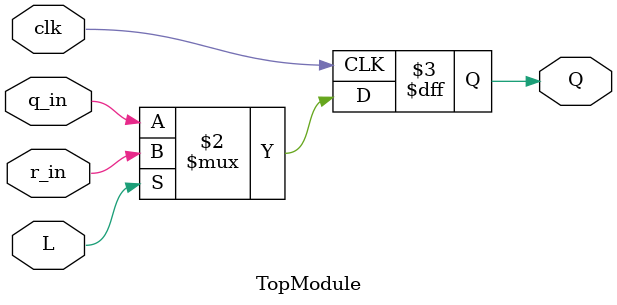
<source format=sv>

module TopModule (
  input clk,
  input L,
  input q_in,
  input r_in,
  output reg Q
);
always @(posedge clk) begin
    Q <= (L) ? r_in : q_in;
end

endmodule

</source>
